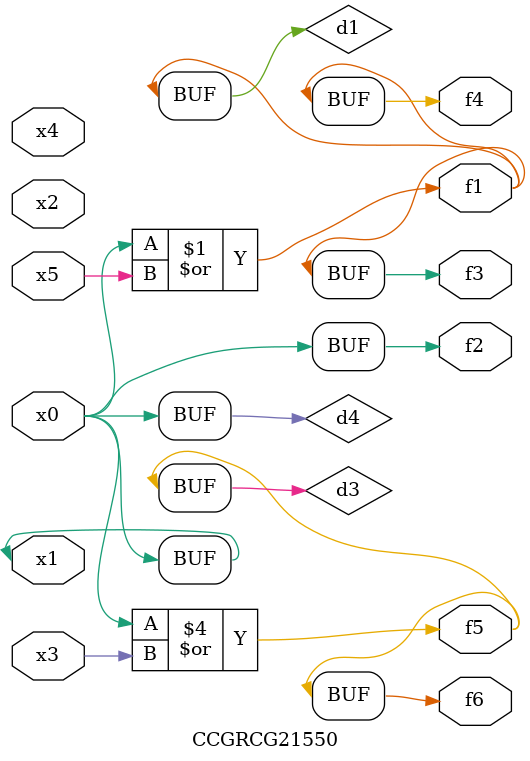
<source format=v>
module CCGRCG21550(
	input x0, x1, x2, x3, x4, x5,
	output f1, f2, f3, f4, f5, f6
);

	wire d1, d2, d3, d4;

	or (d1, x0, x5);
	xnor (d2, x1, x4);
	or (d3, x0, x3);
	buf (d4, x0, x1);
	assign f1 = d1;
	assign f2 = d4;
	assign f3 = d1;
	assign f4 = d1;
	assign f5 = d3;
	assign f6 = d3;
endmodule

</source>
